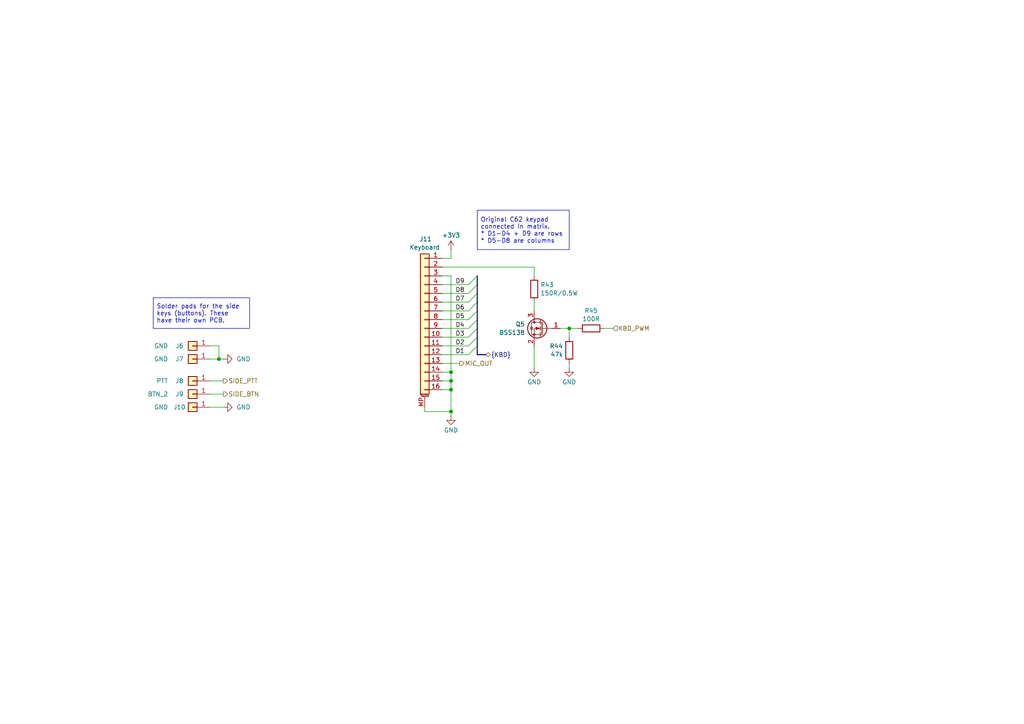
<source format=kicad_sch>
(kicad_sch (version 20250114) (generator "eeschema") (generator_version "9.0")
  (paper "A4")
  (title_block (title "LinHT - Linux-based SDR handheld transceiver") (date "28 July 2025") (rev "A") (company "M17 Foundation") (comment 1 "Author: Wojciech SP5WWP, Andy OE3ANC, Vlastimil OK5VAS"))
  (lib_symbols
    (symbol "Connector_Generic:Conn_01x01" (pin_names (offset 1.016) (hide yes))
      (property "Reference" "J" (at 0 2.54 0))
      (property "Value" "Conn_01x01" (at 0 -2.54 0))
      (symbol "Conn_01x01_1_1"
        (rectangle (start -1.27 1.27) (end 1.27 -1.27) (stroke (width 0.254)) (fill (type background)))
        (rectangle (start -1.27 0.127) (end 0 -0.127) (stroke (width 0.1524)))
        (pin passive line (at -5.08 0 0) (length 3.81) (name "Pin_1") (number "1"))
      )
    )
    (symbol "Connector_Generic_MountingPin:Conn_01x16_MountingPin" (pin_names (offset 1.016) (hide yes))
      (property "Reference" "J" (at 0 20.32 0))
      (property "Value" "Conn_01x16_MountingPin" (at 1.27 -22.86 0))
      (symbol "Conn_01x16_MountingPin_1_1"
        (rectangle (start -1.27 19.05) (end 1.27 -21.59) (stroke (width 0.254)) (fill (type background)))
        (rectangle (start -1.27 17.907) (end 0 17.653) (stroke (width 0.1524)))
        (rectangle (start -1.27 15.367) (end 0 15.113) (stroke (width 0.1524)))
        (rectangle (start -1.27 12.827) (end 0 12.573) (stroke (width 0.1524)))
        (rectangle (start -1.27 10.287) (end 0 10.033) (stroke (width 0.1524)))
        (rectangle (start -1.27 7.747) (end 0 7.493) (stroke (width 0.1524)))
        (rectangle (start -1.27 5.207) (end 0 4.953) (stroke (width 0.1524)))
        (rectangle (start -1.27 2.667) (end 0 2.413) (stroke (width 0.1524)))
        (rectangle (start -1.27 0.127) (end 0 -0.127) (stroke (width 0.1524)))
        (rectangle (start -1.27 -2.413) (end 0 -2.667) (stroke (width 0.1524)))
        (rectangle (start -1.27 -4.953) (end 0 -5.207) (stroke (width 0.1524)))
        (rectangle (start -1.27 -7.493) (end 0 -7.747) (stroke (width 0.1524)))
        (rectangle (start -1.27 -10.033) (end 0 -10.287) (stroke (width 0.1524)))
        (rectangle (start -1.27 -12.573) (end 0 -12.827) (stroke (width 0.1524)))
        (rectangle (start -1.27 -15.113) (end 0 -15.367) (stroke (width 0.1524)))
        (rectangle (start -1.27 -17.653) (end 0 -17.907) (stroke (width 0.1524)))
        (rectangle (start -1.27 -20.193) (end 0 -20.447) (stroke (width 0.1524)))
        (polyline (pts (xy -1.016 -22.352) (xy 1.016 -22.352)) (stroke (width 0.1524)))
        (text "Mounting" (at 0 -21.971 0) (effects (font (size 0.381 0.381))))
        (pin passive line (at -5.08 17.78 0) (length 3.81) (name "Pin_1") (number "1"))
        (pin passive line (at -5.08 15.24 0) (length 3.81) (name "Pin_2") (number "2"))
        (pin passive line (at -5.08 12.7 0) (length 3.81) (name "Pin_3") (number "3"))
        (pin passive line (at -5.08 10.16 0) (length 3.81) (name "Pin_4") (number "4"))
        (pin passive line (at -5.08 7.62 0) (length 3.81) (name "Pin_5") (number "5"))
        (pin passive line (at -5.08 5.08 0) (length 3.81) (name "Pin_6") (number "6"))
        (pin passive line (at -5.08 2.54 0) (length 3.81) (name "Pin_7") (number "7"))
        (pin passive line (at -5.08 0 0) (length 3.81) (name "Pin_8") (number "8"))
        (pin passive line (at -5.08 -2.54 0) (length 3.81) (name "Pin_9") (number "9"))
        (pin passive line (at -5.08 -5.08 0) (length 3.81) (name "Pin_10") (number "10"))
        (pin passive line (at -5.08 -7.62 0) (length 3.81) (name "Pin_11") (number "11"))
        (pin passive line (at -5.08 -10.16 0) (length 3.81) (name "Pin_12") (number "12"))
        (pin passive line (at -5.08 -12.7 0) (length 3.81) (name "Pin_13") (number "13"))
        (pin passive line (at -5.08 -15.24 0) (length 3.81) (name "Pin_14") (number "14"))
        (pin passive line (at -5.08 -17.78 0) (length 3.81) (name "Pin_15") (number "15"))
        (pin passive line (at -5.08 -20.32 0) (length 3.81) (name "Pin_16") (number "16"))
        (pin passive line (at 0 -25.4 90) (length 3.048) (name "MountPin") (number "MP"))
      )
    )
    (symbol "Device:R" (pin_numbers (hide yes)) (pin_names (offset 0))
      (property "Reference" "R" (at 2.032 0 90))
      (property "Value" "R" (at 0 0 90))
      (symbol "R_0_1"
        (rectangle (start -1.016 -2.54) (end 1.016 2.54) (stroke (width 0.254)))
      )
      (symbol "R_1_1"
        (pin passive line (at 0 3.81 270) (length 1.27) (name "~") (number "1"))
        (pin passive line (at 0 -3.81 90) (length 1.27) (name "~") (number "2"))
      )
    )
    (symbol "Transistor_FET:BSS138" (pin_names (offset 0) (hide yes))
      (property "Reference" "Q" (at 5.08 1.905 0))
      (property "Value" "BSS138" (at 5.08 0 0))
      (symbol "BSS138_0_1"
        (polyline (pts (xy 0.254 1.905) (xy 0.254 -1.905)) (stroke (width 0.254)))
        (polyline (pts (xy 0.254 0) (xy -2.54 0)))
        (polyline (pts (xy 0.762 2.286) (xy 0.762 1.27)) (stroke (width 0.254)))
        (polyline (pts (xy 0.762 0.508) (xy 0.762 -0.508)) (stroke (width 0.254)))
        (polyline (pts (xy 0.762 -1.27) (xy 0.762 -2.286)) (stroke (width 0.254)))
        (polyline (pts (xy 0.762 -1.778) (xy 3.302 -1.778) (xy 3.302 1.778) (xy 0.762 1.778)))
        (polyline (pts (xy 1.016 0) (xy 2.032 0.381) (xy 2.032 -0.381) (xy 1.016 0)) (fill (type outline)))
        (circle (center 1.651 0) (radius 2.794) (stroke (width 0.254)))
        (polyline (pts (xy 2.54 2.54) (xy 2.54 1.778)))
        (circle (center 2.54 1.778) (radius 0.254) (fill (type outline)))
        (circle (center 2.54 -1.778) (radius 0.254) (fill (type outline)))
        (polyline (pts (xy 2.54 -2.54) (xy 2.54 0) (xy 0.762 0)))
        (polyline (pts (xy 2.921 0.381) (xy 3.683 0.381)))
        (polyline (pts (xy 3.302 0.381) (xy 2.921 -0.254) (xy 3.683 -0.254) (xy 3.302 0.381)))
      )
      (symbol "BSS138_1_1"
        (pin input line (at -5.08 0 0) (length 2.54) (name "G") (number "1"))
        (pin passive line (at 2.54 5.08 270) (length 2.54) (name "D") (number "3"))
        (pin passive line (at 2.54 -5.08 90) (length 2.54) (name "S") (number "2"))
      )
    )
    (symbol "power:+3V3" (power) (pin_numbers (hide yes)) (pin_names (offset 0) (hide yes))
      (property "Value" "+3V3" (at 0 3.556 0))
      (symbol "+3V3_0_1"
        (polyline (pts (xy -0.762 1.27) (xy 0 2.54)))
        (polyline (pts (xy 0 2.54) (xy 0.762 1.27)))
        (polyline (pts (xy 0 0) (xy 0 2.54)))
      )
      (symbol "+3V3_1_1"
        (pin power_in line (at 0 0 90) (length 0) (name "~") (number "1"))
      )
    )
    (symbol "power:GND" (power) (pin_numbers (hide yes)) (pin_names (offset 0) (hide yes))
      (property "Value" "GND" (at 0 -3.81 0))
      (symbol "GND_0_1"
        (polyline (pts (xy 0 0) (xy 0 -1.27) (xy 1.27 -1.27) (xy 0 -2.54) (xy -1.27 -1.27) (xy 0 -1.27)))
      )
      (symbol "GND_1_1"
        (pin power_in line (at 0 0 270) (length 0) (name "~") (number "1"))
      )
    )
  )
  (bus_alias "KBD" (members "D1" "D2" "D3" "D4" "D5" "D6" "D7" "D8" "D9"))
  (text_box "Original C62 keypad connected in matrix.\n* D1-D4 + D9 are rows\n* D5-D8 are columns" (at 138.43 60.96 0) (size 26.67 11.43) (margins 0.9525 0.9525 0.9525 0.9525) (effects (font (size 1.27 1.27)) (justify left)))
  (text_box "Solder pads for the side keys (buttons). These have their own PCB." (at 44.45 86.36 0) (size 27.94 8.89) (margins 0.9525 0.9525 0.9525 0.9525) (effects (font (size 1.27 1.27)) (justify left)))
  (junction (at 165.1 95.25))
  (junction (at 130.81 119.38))
  (junction (at 130.81 107.95))
  (junction (at 130.81 113.03))
  (junction (at 130.81 110.49))
  (junction (at 63.5 104.14))
  (bus_entry (at 138.43 90.17) (size -2.54 2.54))
  (bus_entry (at 138.43 85.09) (size -2.54 2.54))
  (bus_entry (at 138.43 95.25) (size -2.54 2.54))
  (bus_entry (at 138.43 80.01) (size -2.54 2.54))
  (bus_entry (at 138.43 82.55) (size -2.54 2.54))
  (bus_entry (at 138.43 97.79) (size -2.54 2.54))
  (bus_entry (at 138.43 92.71) (size -2.54 2.54))
  (bus_entry (at 138.43 87.63) (size -2.54 2.54))
  (bus_entry (at 138.43 100.33) (size -2.54 2.54))
  (wire (pts (xy 60.96 110.49) (xy 64.77 110.49)))
  (bus (pts (xy 138.43 97.79) (xy 138.43 100.33)))
  (wire (pts (xy 130.81 110.49) (xy 130.81 113.03)))
  (bus (pts (xy 138.43 85.09) (xy 138.43 87.63)))
  (bus (pts (xy 140.97 102.87) (xy 138.43 102.87)))
  (wire (pts (xy 63.5 100.33) (xy 63.5 104.14)))
  (wire (pts (xy 130.81 119.38) (xy 130.81 120.65)))
  (wire (pts (xy 128.27 74.93) (xy 130.81 74.93)))
  (wire (pts (xy 130.81 80.01) (xy 130.81 107.95)))
  (wire (pts (xy 128.27 107.95) (xy 130.81 107.95)))
  (wire (pts (xy 60.96 114.3) (xy 64.77 114.3)))
  (wire (pts (xy 177.8 95.25) (xy 175.26 95.25)))
  (wire (pts (xy 128.27 100.33) (xy 135.89 100.33)))
  (bus (pts (xy 138.43 87.63) (xy 138.43 90.17)))
  (wire (pts (xy 165.1 95.25) (xy 165.1 97.79)))
  (bus (pts (xy 138.43 100.33) (xy 138.43 102.87)))
  (wire (pts (xy 128.27 92.71) (xy 135.89 92.71)))
  (wire (pts (xy 130.81 113.03) (xy 130.81 119.38)))
  (wire (pts (xy 130.81 74.93) (xy 130.81 72.39)))
  (bus (pts (xy 138.43 95.25) (xy 138.43 97.79)))
  (wire (pts (xy 128.27 80.01) (xy 130.81 80.01)))
  (wire (pts (xy 128.27 82.55) (xy 135.89 82.55)))
  (wire (pts (xy 60.96 100.33) (xy 63.5 100.33)))
  (wire (pts (xy 128.27 77.47) (xy 154.94 77.47)))
  (wire (pts (xy 154.94 87.63) (xy 154.94 90.17)))
  (wire (pts (xy 128.27 87.63) (xy 135.89 87.63)))
  (wire (pts (xy 130.81 107.95) (xy 130.81 110.49)))
  (wire (pts (xy 154.94 100.33) (xy 154.94 106.68)))
  (wire (pts (xy 60.96 118.11) (xy 64.77 118.11)))
  (bus (pts (xy 138.43 90.17) (xy 138.43 92.71)))
  (wire (pts (xy 128.27 90.17) (xy 135.89 90.17)))
  (wire (pts (xy 128.27 102.87) (xy 135.89 102.87)))
  (wire (pts (xy 123.19 118.11) (xy 123.19 119.38)))
  (wire (pts (xy 128.27 85.09) (xy 135.89 85.09)))
  (wire (pts (xy 123.19 119.38) (xy 130.81 119.38)))
  (wire (pts (xy 63.5 104.14) (xy 64.77 104.14)))
  (wire (pts (xy 128.27 113.03) (xy 130.81 113.03)))
  (wire (pts (xy 128.27 105.41) (xy 133.35 105.41)))
  (bus (pts (xy 138.43 80.01) (xy 138.43 82.55)))
  (wire (pts (xy 128.27 97.79) (xy 135.89 97.79)))
  (wire (pts (xy 165.1 95.25) (xy 162.56 95.25)))
  (wire (pts (xy 167.64 95.25) (xy 165.1 95.25)))
  (bus (pts (xy 138.43 92.71) (xy 138.43 95.25)))
  (bus (pts (xy 138.43 82.55) (xy 138.43 85.09)))
  (wire (pts (xy 154.94 77.47) (xy 154.94 80.01)))
  (wire (pts (xy 60.96 104.14) (xy 63.5 104.14)))
  (wire (pts (xy 128.27 95.25) (xy 135.89 95.25)))
  (wire (pts (xy 165.1 106.68) (xy 165.1 105.41)))
  (wire (pts (xy 128.27 110.49) (xy 130.81 110.49)))
  (label "D4" (at 132.08 95.25 0))
  (label "D5" (at 132.08 92.71 0))
  (label "D2" (at 132.08 100.33 0))
  (label "D9" (at 132.08 82.55 0))
  (label "D8" (at 132.08 85.09 0))
  (label "D1" (at 132.08 102.87 0))
  (label "D6" (at 132.08 90.17 0))
  (label "D3" (at 132.08 97.79 0))
  (label "D7" (at 132.08 87.63 0))
  (hierarchical_label "KBD_PWM" (shape input) (at 177.8 95.25 0))
  (hierarchical_label "SIDE_PTT" (shape output) (at 64.77 110.49 0))
  (hierarchical_label "MIC_OUT" (shape output) (at 133.35 105.41 0))
  (hierarchical_label "SIDE_BTN" (shape output) (at 64.77 114.3 0))
  (hierarchical_label "{KBD}" (shape bidirectional) (at 140.97 102.87 0))
  (symbol (lib_id "power:GND") (at 130.81 120.65 0) (unit 1)
    (property "Reference" "#PWR093" (effects (hide yes)))
    (property "Value" "GND" (at 130.81 124.7831 0))
    (property "Description" "Power symbol creates a global label with name \"GND\" , ground" (effects (hide yes)))
  )
  (symbol (lib_id "Device:R") (at 165.1 101.6 0) (mirror y) (unit 1)
    (property "Reference" "R44" (at 163.322 100.3878 0) (effects (justify left)))
    (property "Value" "47k" (at 163.322 102.8121 0) (effects (justify left)))
    (property "Footprint" "Resistor_SMD:R_0402_1005Metric" (effects (hide yes)))
    (property "Description" "Resistor" (effects (hide yes)))
    (property "LCSC" "C25792" (effects (hide yes)))
    (property "PN" "0402WGF4702TCE" (effects (hide yes)))
  )
  (symbol (lib_id "power:GND") (at 165.1 106.68 0) (mirror y) (unit 1)
    (property "Reference" "#PWR095" (effects (hide yes)))
    (property "Value" "GND" (at 165.1 110.8131 0))
    (property "Description" "Power symbol creates a global label with name \"GND\" , ground" (effects (hide yes)))
  )
  (symbol (lib_id "Connector_Generic:Conn_01x01") (at 55.88 114.3 180) (unit 1) (in_bom no)
    (property "Reference" "J9" (at 52.07 114.3 0))
    (property "Value" "BTN_2" (at 48.768 114.3 0) (effects (justify left)))
    (property "Footprint" "parts:Solder_Pad-1.7x2.2mm" (effects (hide yes)))
    (property "Description" "Generic connector, single row, 01x01, script generated (kicad-library-utils/schlib/autogen/connector/)" (effects (hide yes)))
  )
  (symbol (lib_id "Connector_Generic:Conn_01x01") (at 55.88 118.11 180) (unit 1) (in_bom no)
    (property "Reference" "J10" (at 52.07 118.11 0))
    (property "Value" "GND" (at 48.768 118.11 0) (effects (justify left)))
    (property "Footprint" "parts:Solder_Pad-1.7x2.2mm" (effects (hide yes)))
    (property "Description" "Generic connector, single row, 01x01, script generated (kicad-library-utils/schlib/autogen/connector/)" (effects (hide yes)))
  )
  (symbol (lib_id "Device:R") (at 154.94 83.82 0) (unit 1)
    (property "Reference" "R43" (at 156.718 82.6078 0) (effects (justify left)))
    (property "Value" "150R/0.5W" (at 156.718 85.0321 0) (effects (justify left)))
    (property "Footprint" "Resistor_SMD:R_0402_1005Metric" (effects (hide yes)))
    (property "Description" "Resistor" (effects (hide yes)))
    (property "LCSC" "C542965" (effects (hide yes)))
    (property "PN" "ERJPA2F1500X" (effects (hide yes)))
  )
  (symbol (lib_id "power:GND") (at 64.77 104.14 90) (unit 1)
    (property "Reference" "#PWR090" (effects (hide yes)))
    (property "Value" "GND" (at 68.58 104.1399 90) (effects (justify right)))
    (property "Description" "Power symbol creates a global label with name \"GND\" , ground" (effects (hide yes)))
  )
  (symbol (lib_id "power:GND") (at 64.77 118.11 90) (unit 1)
    (property "Reference" "#PWR091" (effects (hide yes)))
    (property "Value" "GND" (at 68.58 118.1099 90) (effects (justify right)))
    (property "Description" "Power symbol creates a global label with name \"GND\" , ground" (effects (hide yes)))
  )
  (symbol (lib_id "power:GND") (at 154.94 106.68 0) (mirror y) (unit 1)
    (property "Reference" "#PWR094" (effects (hide yes)))
    (property "Value" "GND" (at 154.94 110.8131 0))
    (property "Description" "Power symbol creates a global label with name \"GND\" , ground" (effects (hide yes)))
  )
  (symbol (lib_id "Device:R") (at 171.45 95.25 270) (mirror x) (unit 1)
    (property "Reference" "R45" (at 171.45 90.0895 90))
    (property "Value" "100R" (at 171.45 92.5138 90))
    (property "Footprint" "Resistor_SMD:R_0402_1005Metric" (effects (hide yes)))
    (property "Description" "Resistor" (effects (hide yes)))
    (property "LCSC" "C25076" (effects (hide yes)))
    (property "PN" "0402WGF1000TCE" (effects (hide yes)))
  )
  (symbol (lib_id "power:+3V3") (at 130.81 72.39 0) (unit 1)
    (property "Reference" "#PWR092" (effects (hide yes)))
    (property "Value" "+3V3" (at 130.81 68.2569 0))
    (property "Description" "Power symbol creates a global label with name \"+3V3\"" (effects (hide yes)))
  )
  (symbol (lib_id "Connector_Generic:Conn_01x01") (at 55.88 110.49 180) (unit 1) (in_bom no)
    (property "Reference" "J8" (at 52.07 110.49 0))
    (property "Value" "PTT" (at 48.768 110.49 0) (effects (justify left)))
    (property "Footprint" "parts:Solder_Pad-1.7x2.2mm" (effects (hide yes)))
    (property "Description" "Generic connector, single row, 01x01, script generated (kicad-library-utils/schlib/autogen/connector/)" (effects (hide yes)))
  )
  (symbol (lib_id "Connector_Generic:Conn_01x01") (at 55.88 100.33 180) (unit 1) (in_bom no)
    (property "Reference" "J6" (at 52.07 100.33 0))
    (property "Value" "GND" (at 48.768 100.33 0) (effects (justify left)))
    (property "Footprint" "parts:Solder_Pad-1.7x2.2mm" (effects (hide yes)))
    (property "Description" "Generic connector, single row, 01x01, script generated (kicad-library-utils/schlib/autogen/connector/)" (effects (hide yes)))
  )
  (symbol (lib_id "Connector_Generic_MountingPin:Conn_01x16_MountingPin") (at 123.19 92.71 0) (mirror y) (unit 1)
    (property "Reference" "J11" (at 123.444 69.342 0))
    (property "Value" "Keyboard" (at 123.19 71.7437 0))
    (property "Footprint" "parts:FPC-SMD_P0.50-16P_FGS-XJ-H2.0" (effects (hide yes)))
    (property "Description" "Generic connectable mounting pin connector, single row, 01x16, script generated (kicad-library-utils/schlib/autogen/connector/)" (effects (hide yes)))
    (property "MPN" "AFC01-S16FCA-00" (effects (hide yes)))
    (property "LCSC" "C262665" (effects (hide yes)))
  )
  (symbol (lib_id "Connector_Generic:Conn_01x01") (at 55.88 104.14 180) (unit 1) (in_bom no)
    (property "Reference" "J7" (at 52.07 104.14 0))
    (property "Value" "GND" (at 48.768 104.14 0) (effects (justify left)))
    (property "Footprint" "parts:Solder_Pad-1.7x2.2mm" (effects (hide yes)))
    (property "Description" "Generic connector, single row, 01x01, script generated (kicad-library-utils/schlib/autogen/connector/)" (effects (hide yes)))
  )
  (symbol (lib_id "Transistor_FET:BSS138") (at 157.48 95.25 0) (mirror y) (unit 1)
    (property "Reference" "Q5" (at 152.273 94.0378 0) (effects (justify left)))
    (property "Value" "BSS138" (at 152.273 96.4621 0) (effects (justify left)))
    (property "Footprint" "Package_TO_SOT_SMD:SOT-23" (effects (hide yes)))
    (property "Datasheet" "https://www.onsemi.com/pub/Collateral/BSS138-D.PDF" (effects (hide yes)))
    (property "Description" "50V Vds, 0.22A Id, N-Channel MOSFET, SOT-23" (effects (hide yes)))
    (property "LCSC" "C40912" (effects (hide yes)))
    (property "MPN" "BSS138-7-F" (effects (hide yes)))
    (property "PN" " 621-BSS138-7-F " (effects (hide yes)))
  )
)
</source>
